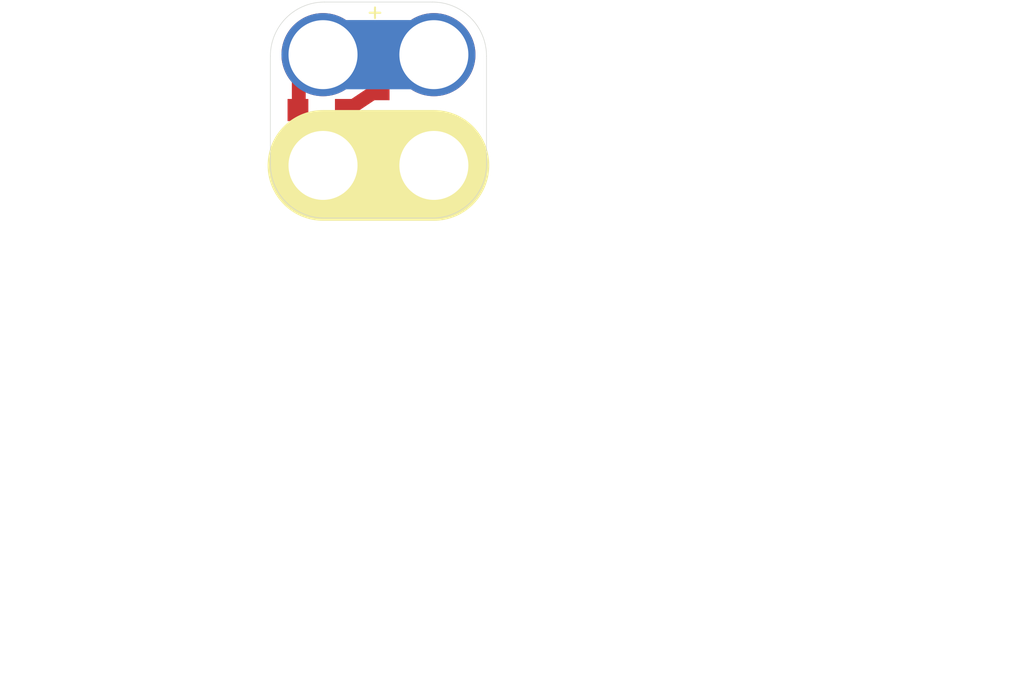
<source format=kicad_pcb>
(kicad_pcb (version 4) (host pcbnew 4.0.5-e0-6337~49~ubuntu16.04.1)

  (general
    (links 0)
    (no_connects 0)
    (area 104.572999 73.015679 178.510001 123.265001)
    (thickness 1.6)
    (drawings 17)
    (tracks 0)
    (zones 0)
    (modules 1)
    (nets 1)
  )

  (page USLetter)
  (title_block
    (title "2x2 Current-Limited Surface Mount LED Module")
    (date "19 Dec 2016")
    (rev 1.0)
    (company "All rights reserved.")
    (comment 1 help@browndoggadgets.com)
    (comment 2 http://browndoggadgets.com/)
    (comment 3 "Brown Dog Gadgets")
  )

  (layers
    (0 F.Cu signal)
    (31 B.Cu signal)
    (34 B.Paste user)
    (35 F.Paste user)
    (36 B.SilkS user)
    (37 F.SilkS user)
    (38 B.Mask user)
    (39 F.Mask user)
    (44 Edge.Cuts user)
    (46 B.CrtYd user)
    (47 F.CrtYd user)
    (48 B.Fab user)
    (49 F.Fab user)
  )

  (setup
    (last_trace_width 0.254)
    (user_trace_width 0.1524)
    (user_trace_width 0.254)
    (user_trace_width 0.3302)
    (user_trace_width 0.508)
    (user_trace_width 0.762)
    (user_trace_width 1.27)
    (trace_clearance 0.254)
    (zone_clearance 0.508)
    (zone_45_only no)
    (trace_min 0.1524)
    (segment_width 0.1524)
    (edge_width 0.1524)
    (via_size 0.6858)
    (via_drill 0.3302)
    (via_min_size 0.6858)
    (via_min_drill 0.3302)
    (user_via 0.6858 0.3302)
    (user_via 0.762 0.4064)
    (user_via 0.8636 0.508)
    (uvia_size 0.6858)
    (uvia_drill 0.3302)
    (uvias_allowed no)
    (uvia_min_size 0)
    (uvia_min_drill 0)
    (pcb_text_width 0.1524)
    (pcb_text_size 1.016 1.016)
    (mod_edge_width 0.1524)
    (mod_text_size 1.016 1.016)
    (mod_text_width 0.1524)
    (pad_size 1.524 1.524)
    (pad_drill 0.762)
    (pad_to_mask_clearance 0.0762)
    (solder_mask_min_width 0.1016)
    (pad_to_paste_clearance -0.0762)
    (aux_axis_origin 0 0)
    (visible_elements FFFEDF7D)
    (pcbplotparams
      (layerselection 0x310fc_80000001)
      (usegerberextensions true)
      (excludeedgelayer true)
      (linewidth 0.100000)
      (plotframeref false)
      (viasonmask false)
      (mode 1)
      (useauxorigin false)
      (hpglpennumber 1)
      (hpglpenspeed 20)
      (hpglpendiameter 15)
      (hpglpenoverlay 2)
      (psnegative false)
      (psa4output false)
      (plotreference true)
      (plotvalue true)
      (plotinvisibletext false)
      (padsonsilk false)
      (subtractmaskfromsilk false)
      (outputformat 1)
      (mirror false)
      (drillshape 0)
      (scaleselection 1)
      (outputdirectory gerbers))
  )

  (net 0 "")

  (net_class Default "This is the default net class."
    (clearance 0.254)
    (trace_width 0.254)
    (via_dia 0.6858)
    (via_drill 0.3302)
    (uvia_dia 0.6858)
    (uvia_drill 0.3302)
  )

  (module Crazy_Circuits:LED-LIMITED-SMT-1206-2x2 (layer F.Cu) (tedit 587E790D) (tstamp 585856B8)
    (at 127.89 85.09)
    (descr "1206 surface mount centered 2x2")
    (path /58584667)
    (fp_text reference "" (at 0 0) (layer F.SilkS)
      (effects (font (thickness 0.15)))
    )
    (fp_text value "RED 2V" (at 4.1 -3.9) (layer F.Fab) hide
      (effects (font (size 1 1) (thickness 0.15)))
    )
    (fp_line (start 1.75 -4) (end 4 -5.5) (layer F.Cu) (width 1))
    (fp_line (start 3 -6.75) (end 3 -5.75) (layer F.Fab) (width 0.04064))
    (fp_line (start 5 -6.75) (end 3 -6.75) (layer F.Fab) (width 0.04064))
    (fp_line (start 5 -0.75) (end 5 -6.75) (layer F.Fab) (width 0.04064))
    (fp_line (start 3 -0.75) (end 5 -0.75) (layer F.Fab) (width 0.04064))
    (fp_line (start 3 -5.75) (end 3 -0.75) (layer F.Fab) (width 0.04064))
    (fp_line (start 3 -3) (end -3 -3) (layer F.Fab) (width 0.04064))
    (fp_line (start 3 -5) (end 3 -3) (layer F.Fab) (width 0.04064))
    (fp_line (start -3 -5) (end 3 -5) (layer F.Fab) (width 0.04064))
    (fp_line (start -3 -3) (end -3 -5) (layer F.Fab) (width 0.04064))
    (fp_text user - (at 4 -1.75) (layer F.Fab)
      (effects (font (size 1 1) (thickness 0.15)))
    )
    (fp_text user + (at 4 -5.75) (layer F.Fab)
      (effects (font (size 1 1) (thickness 0.15)))
    )
    (fp_text user LED (at 4 -3.75 90) (layer F.Fab)
      (effects (font (size 1 1) (thickness 0.15)))
    )
    (fp_text user RES (at 0 -4 180) (layer F.Fab)
      (effects (font (size 1 1) (thickness 0.15)))
    )
    (fp_line (start 0 0) (end 8 0) (layer F.SilkS) (width 8))
    (fp_text user %R (at 3.95 -4) (layer F.Fab)
      (effects (font (size 1 1) (thickness 0.15)))
    )
    (fp_line (start 0 0) (end 7.9 0) (layer B.Cu) (width 5))
    (fp_text user + (at 3.75 -11.1) (layer F.SilkS)
      (effects (font (size 1 1) (thickness 0.15)))
    )
    (fp_line (start 0 0) (end 7.9 0) (layer B.Mask) (width 5))
    (fp_line (start 0 -8) (end 7.9 -8) (layer B.Cu) (width 5))
    (fp_line (start 0 -8) (end 7.9 -8) (layer B.Mask) (width 5))
    (fp_line (start 0.05 1.75) (end 8.175 1.75) (layer F.Cu) (width 2))
    (fp_line (start 7.9 -11.8) (end 0.1 -11.8) (layer Edge.Cuts) (width 0.04064))
    (fp_line (start 7.9 3.8) (end 0.1 3.8) (layer Edge.Cuts) (width 0.04064))
    (fp_line (start 11.8 -0.1) (end 11.8 -7.9) (layer Edge.Cuts) (width 0.04064))
    (fp_line (start -3.8 -0.1) (end -3.8 -7.9) (layer Edge.Cuts) (width 0.04064))
    (fp_arc (start 7.9 -7.9) (end 7.9 -11.8) (angle 90) (layer Edge.Cuts) (width 0.04064))
    (fp_arc (start 7.9 -0.1) (end 11.8 -0.1) (angle 90) (layer Edge.Cuts) (width 0.04064))
    (fp_arc (start 0.1 -0.1) (end 0.1 3.8) (angle 90) (layer Edge.Cuts) (width 0.04064))
    (fp_arc (start 0.1 -7.9) (end -3.8 -7.9) (angle 90) (layer Edge.Cuts) (width 0.04064))
    (fp_line (start 7.9 -11.8) (end 0.1 -11.8) (layer F.Fab) (width 0.04064))
    (fp_line (start 7.9 3.8) (end 0.1 3.8) (layer F.Fab) (width 0.04064))
    (fp_line (start 11.8 -0.1) (end 11.8 -7.9) (layer F.Fab) (width 0.04064))
    (fp_line (start -3.8 -0.1) (end -3.8 -7.9) (layer F.Fab) (width 0.04064))
    (fp_arc (start 7.9 -7.9) (end 7.9 -11.8) (angle 90) (layer F.Fab) (width 0.04064))
    (fp_arc (start 7.9 -0.1) (end 11.8 -0.1) (angle 90) (layer F.Fab) (width 0.04064))
    (fp_arc (start 0.1 -0.1) (end 0.1 3.8) (angle 90) (layer F.Fab) (width 0.04064))
    (fp_arc (start 0.1 -7.9) (end -3.8 -7.9) (angle 90) (layer F.Fab) (width 0.04064))
    (fp_line (start -1.75 -7) (end -1.75 -4) (layer F.Cu) (width 1))
    (pad 1 smd rect (at -1.81 -4 90) (size 1.6 1.5) (layers F.Cu F.Paste F.Mask))
    (pad 2 thru_hole circle (at 0 0) (size 6 6) (drill 4.98) (layers *.Cu *.Mask))
    (pad 1 thru_hole circle (at 0 -8) (size 6 6) (drill 4.98) (layers *.Cu *.Mask))
    (pad 1 thru_hole circle (at 8 -8) (size 6 6) (drill 4.98) (layers *.Cu *.Mask))
    (pad 2 thru_hole circle (at 8 0) (size 6 6) (drill 4.98) (layers *.Cu *.Mask))
    (pad 3 smd rect (at 1.61 -4 90) (size 1.6 1.5) (layers F.Cu F.Paste F.Mask))
    (pad 2 smd rect (at 4 -2.04) (size 1.6 1.5) (layers F.Cu F.Paste F.Mask))
    (pad 3 smd rect (at 4 -5.46) (size 1.6 1.5) (layers F.Cu F.Paste F.Mask))
  )

  (gr_circle (center 117.348 76.962) (end 118.618 76.962) (layer Dwgs.User) (width 0.15))
  (gr_line (start 114.427 78.994) (end 114.427 74.93) (angle 90) (layer Dwgs.User) (width 0.15))
  (gr_line (start 120.269 78.994) (end 114.427 78.994) (angle 90) (layer Dwgs.User) (width 0.15))
  (gr_line (start 120.269 74.93) (end 120.269 78.994) (angle 90) (layer Dwgs.User) (width 0.15))
  (gr_line (start 114.427 74.93) (end 120.269 74.93) (angle 90) (layer Dwgs.User) (width 0.15))
  (gr_line (start 120.523 93.98) (end 104.648 93.98) (angle 90) (layer Dwgs.User) (width 0.15))
  (gr_line (start 173.355 102.235) (end 173.355 94.615) (angle 90) (layer Dwgs.User) (width 0.15))
  (gr_line (start 178.435 102.235) (end 173.355 102.235) (angle 90) (layer Dwgs.User) (width 0.15))
  (gr_line (start 178.435 94.615) (end 178.435 102.235) (angle 90) (layer Dwgs.User) (width 0.15))
  (gr_line (start 173.355 94.615) (end 178.435 94.615) (angle 90) (layer Dwgs.User) (width 0.15))
  (gr_line (start 109.093 123.19) (end 109.093 114.3) (angle 90) (layer Dwgs.User) (width 0.15))
  (gr_line (start 122.428 123.19) (end 109.093 123.19) (angle 90) (layer Dwgs.User) (width 0.15))
  (gr_line (start 122.428 114.3) (end 122.428 123.19) (angle 90) (layer Dwgs.User) (width 0.15))
  (gr_line (start 109.093 114.3) (end 122.428 114.3) (angle 90) (layer Dwgs.User) (width 0.15))
  (gr_line (start 104.648 93.98) (end 104.648 82.55) (angle 90) (layer Dwgs.User) (width 0.15))
  (gr_line (start 120.523 82.55) (end 120.523 93.98) (angle 90) (layer Dwgs.User) (width 0.15))
  (gr_line (start 104.648 82.55) (end 120.523 82.55) (angle 90) (layer Dwgs.User) (width 0.15))

)

</source>
